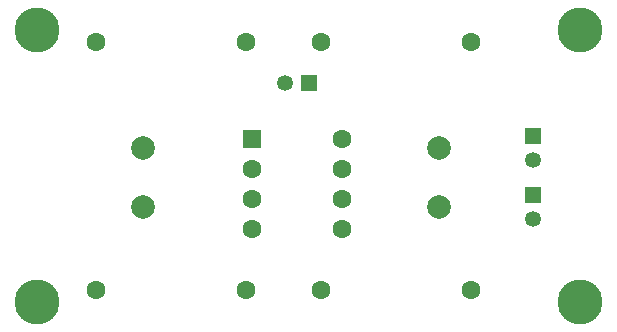
<source format=gbr>
G04 #@! TF.GenerationSoftware,KiCad,Pcbnew,9.0.4*
G04 #@! TF.CreationDate,2025-10-11T18:25:30-04:00*
G04 #@! TF.ProjectId,test1,74657374-312e-46b6-9963-61645f706362,rev?*
G04 #@! TF.SameCoordinates,Original*
G04 #@! TF.FileFunction,Soldermask,Top*
G04 #@! TF.FilePolarity,Negative*
%FSLAX46Y46*%
G04 Gerber Fmt 4.6, Leading zero omitted, Abs format (unit mm)*
G04 Created by KiCad (PCBNEW 9.0.4) date 2025-10-11 18:25:30*
%MOMM*%
%LPD*%
G01*
G04 APERTURE LIST*
G04 Aperture macros list*
%AMRoundRect*
0 Rectangle with rounded corners*
0 $1 Rounding radius*
0 $2 $3 $4 $5 $6 $7 $8 $9 X,Y pos of 4 corners*
0 Add a 4 corners polygon primitive as box body*
4,1,4,$2,$3,$4,$5,$6,$7,$8,$9,$2,$3,0*
0 Add four circle primitives for the rounded corners*
1,1,$1+$1,$2,$3*
1,1,$1+$1,$4,$5*
1,1,$1+$1,$6,$7*
1,1,$1+$1,$8,$9*
0 Add four rect primitives between the rounded corners*
20,1,$1+$1,$2,$3,$4,$5,0*
20,1,$1+$1,$4,$5,$6,$7,0*
20,1,$1+$1,$6,$7,$8,$9,0*
20,1,$1+$1,$8,$9,$2,$3,0*%
G04 Aperture macros list end*
%ADD10C,2.600000*%
%ADD11C,3.800000*%
%ADD12R,1.350000X1.350000*%
%ADD13C,1.350000*%
%ADD14C,1.600000*%
%ADD15C,2.000000*%
%ADD16RoundRect,0.250000X-0.550000X-0.550000X0.550000X-0.550000X0.550000X0.550000X-0.550000X0.550000X0*%
G04 APERTURE END LIST*
D10*
X128500000Y-89000000D03*
D11*
X128500000Y-89000000D03*
D12*
X170500000Y-103000000D03*
D13*
X170500000Y-105000000D03*
D12*
X170500000Y-98000000D03*
D13*
X170500000Y-100000000D03*
D12*
X151500000Y-93500000D03*
D13*
X149500000Y-93500000D03*
D14*
X165200000Y-90000000D03*
X152500000Y-90000000D03*
D10*
X174500000Y-89000000D03*
D11*
X174500000Y-89000000D03*
D15*
X162500000Y-104000000D03*
X162500000Y-99000000D03*
D16*
X146695000Y-98190000D03*
D14*
X146695000Y-100730000D03*
X146695000Y-103270000D03*
X146695000Y-105810000D03*
X154315000Y-105810000D03*
X154315000Y-103270000D03*
X154315000Y-100730000D03*
X154315000Y-98190000D03*
D15*
X137500000Y-104000000D03*
X137500000Y-99000000D03*
D14*
X152500000Y-111000000D03*
X165200000Y-111000000D03*
X146200000Y-90000000D03*
X133500000Y-90000000D03*
D10*
X174500000Y-112000000D03*
D11*
X174500000Y-112000000D03*
D10*
X128500000Y-112000000D03*
D11*
X128500000Y-112000000D03*
D14*
X133500000Y-111000000D03*
X146200000Y-111000000D03*
M02*

</source>
